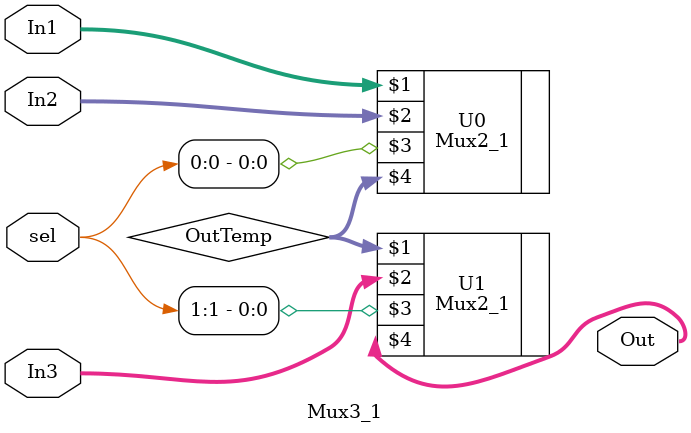
<source format=v>
`timescale 1ns / 1ps
module Mux3_1 (In1, In2,In3, sel, Out);
//n Î» 3 Ñ¡ 1 ¶àÂ·¸´ÓÃÆ÷ Mux3_1 »ùÓÚ n Î» 2 Ñ¡ 1 ¶àÂ·¸´ÓÃÆ÷¹¹½¨
    parameter n=32;
input [n-1:0] In1, In2,In3;
input [1:0] sel;
output [n-1:0] Out;
wire [n-1:0] OutTemp;
Mux2_1 U0(In1, In2, sel[0], OutTemp);
Mux2_1 U1(OutTemp, In3, sel[1], Out);

endmodule
</source>
